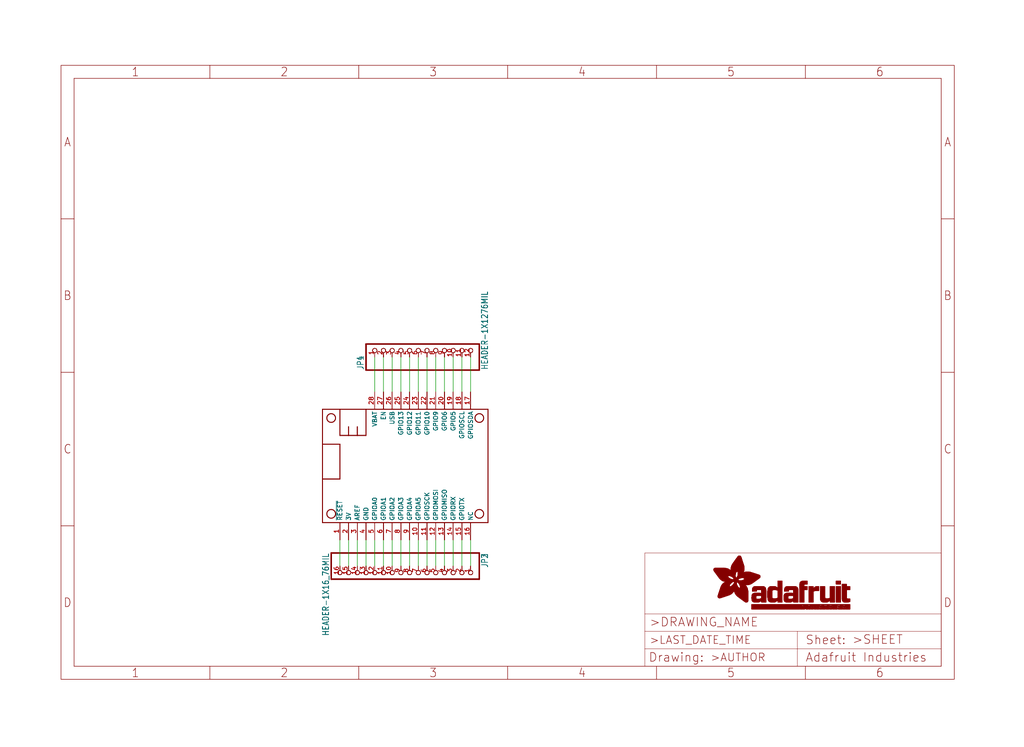
<source format=kicad_sch>
(kicad_sch (version 20211123) (generator eeschema)
  (paper "User" 298.45 217.881)
  (lib_symbols
    (symbol "eagleSchem-eagle-import:FEATHERWING_NODIM"
      (symbol "FEATHERWING_NODIM_1_0"
        (pin input line (at 5.08 -5.08 90) (length 5.08) (name "~{RESET}") (number "1"))
        (pin bidirectional line (at 27.94 -5.08 90) (length 5.08) (name "GPIOA5") (number "10"))
        (pin bidirectional line (at 30.48 -5.08 90) (length 5.08) (name "GPIOSCK") (number "11"))
        (pin bidirectional line (at 33.02 -5.08 90) (length 5.08) (name "GPIOMOSI") (number "12"))
        (pin bidirectional line (at 35.56 -5.08 90) (length 5.08) (name "GPIOMISO") (number "13"))
        (pin bidirectional line (at 38.1 -5.08 90) (length 5.08) (name "GPIORX") (number "14"))
        (pin bidirectional line (at 40.64 -5.08 90) (length 5.08) (name "GPIOTX") (number "15"))
        (pin passive line (at 43.18 -5.08 90) (length 5.08) (name "NC") (number "16"))
        (pin bidirectional line (at 43.18 38.1 270) (length 5.08) (name "GPIOSDA") (number "17"))
        (pin bidirectional line (at 40.64 38.1 270) (length 5.08) (name "GPIOSCL") (number "18"))
        (pin bidirectional line (at 38.1 38.1 270) (length 5.08) (name "GPIO5") (number "19"))
        (pin power_in line (at 7.62 -5.08 90) (length 5.08) (name "3V") (number "2"))
        (pin bidirectional line (at 35.56 38.1 270) (length 5.08) (name "GPIO6") (number "20"))
        (pin bidirectional line (at 33.02 38.1 270) (length 5.08) (name "GPIO9") (number "21"))
        (pin bidirectional line (at 30.48 38.1 270) (length 5.08) (name "GPIO10") (number "22"))
        (pin bidirectional line (at 27.94 38.1 270) (length 5.08) (name "GPIO11") (number "23"))
        (pin bidirectional line (at 25.4 38.1 270) (length 5.08) (name "GPIO12") (number "24"))
        (pin bidirectional line (at 22.86 38.1 270) (length 5.08) (name "GPIO13") (number "25"))
        (pin power_in line (at 20.32 38.1 270) (length 5.08) (name "USB") (number "26"))
        (pin passive line (at 17.78 38.1 270) (length 5.08) (name "EN") (number "27"))
        (pin power_in line (at 15.24 38.1 270) (length 5.08) (name "VBAT") (number "28"))
        (pin passive line (at 10.16 -5.08 90) (length 5.08) (name "AREF") (number "3"))
        (pin power_in line (at 12.7 -5.08 90) (length 5.08) (name "GND") (number "4"))
        (pin bidirectional line (at 15.24 -5.08 90) (length 5.08) (name "GPIOA0") (number "5"))
        (pin bidirectional line (at 17.78 -5.08 90) (length 5.08) (name "GPIOA1") (number "6"))
        (pin bidirectional line (at 20.32 -5.08 90) (length 5.08) (name "GPIOA2") (number "7"))
        (pin bidirectional line (at 22.86 -5.08 90) (length 5.08) (name "GPIOA3") (number "8"))
        (pin bidirectional line (at 25.4 -5.08 90) (length 5.08) (name "GPIOA4") (number "9"))
      )
    )
    (symbol "eagleSchem-eagle-import:FRAME_A4_ADAFRUIT"
      (symbol "FRAME_A4_ADAFRUIT_0_0"
        (text "1" (at 21.6958 1.905 0) (effects (font (size 2.54 2.286))))
        (text "1" (at 21.6958 177.165 0) (effects (font (size 2.54 2.286))))
        (text "2" (at 65.0875 1.905 0) (effects (font (size 2.54 2.286))))
        (text "2" (at 65.0875 177.165 0) (effects (font (size 2.54 2.286))))
        (text "3" (at 108.4792 1.905 0) (effects (font (size 2.54 2.286))))
        (text "3" (at 108.4792 177.165 0) (effects (font (size 2.54 2.286))))
        (text "4" (at 151.8708 1.905 0) (effects (font (size 2.54 2.286))))
        (text "4" (at 151.8708 177.165 0) (effects (font (size 2.54 2.286))))
        (text "5" (at 195.2625 1.905 0) (effects (font (size 2.54 2.286))))
        (text "5" (at 195.2625 177.165 0) (effects (font (size 2.54 2.286))))
        (text "6" (at 238.6542 1.905 0) (effects (font (size 2.54 2.286))))
        (text "6" (at 238.6542 177.165 0) (effects (font (size 2.54 2.286))))
        (text "A" (at 1.905 156.6863 0) (effects (font (size 2.54 2.286))))
        (text "A" (at 258.445 156.6863 0) (effects (font (size 2.54 2.286))))
        (text "B" (at 1.905 111.9188 0) (effects (font (size 2.54 2.286))))
        (text "B" (at 258.445 111.9188 0) (effects (font (size 2.54 2.286))))
        (text "C" (at 1.905 67.1513 0) (effects (font (size 2.54 2.286))))
        (text "C" (at 258.445 67.1513 0) (effects (font (size 2.54 2.286))))
        (text "D" (at 1.905 22.3838 0) (effects (font (size 2.54 2.286))))
        (text "D" (at 258.445 22.3838 0) (effects (font (size 2.54 2.286))))
      )
      (symbol "FRAME_A4_ADAFRUIT_1_0"
        (text ">AUTHOR" (at 189.23 5.08 0) (effects (font (size 2.286 2.286)) (justify left bottom)))
        (text ">DRAWING_NAME" (at 171.45 15.24 0) (effects (font (size 2.54 2.54)) (justify left bottom)))
        (text ">LAST_DATE_TIME" (at 171.45 10.16 0) (effects (font (size 2.286 2.286)) (justify left bottom)))
        (text ">SHEET" (at 230.505 10.16 0) (effects (font (size 2.54 2.54)) (justify left bottom)))
        (text "Adafruit Industries" (at 216.916 4.953 0) (effects (font (size 2.54 2.54)) (justify left bottom)))
        (text "Drawing:" (at 171.196 4.953 0) (effects (font (size 2.54 2.54)) (justify left bottom)))
        (text "Sheet:" (at 216.916 10.033 0) (effects (font (size 2.54 2.54)) (justify left bottom)))
      )
    )
    (symbol "eagleSchem-eagle-import:HEADER-1X1276MIL"
      (property "Reference" "JP" (at -6.35 18.415 0))
      (property "Value" "HEADER-1X1276MIL" (at -6.35 -17.78 0))
      (symbol "HEADER-1X1276MIL_1_0"
        (pin passive inverted (at -2.54 15.24 0) (length 2.54) (name "1") (number "1"))
        (pin passive inverted (at -2.54 -7.62 0) (length 2.54) (name "10") (number "10"))
        (pin passive inverted (at -2.54 -10.16 0) (length 2.54) (name "11") (number "11"))
        (pin passive inverted (at -2.54 -12.7 0) (length 2.54) (name "12") (number "12"))
        (pin passive inverted (at -2.54 12.7 0) (length 2.54) (name "2") (number "2"))
        (pin passive inverted (at -2.54 10.16 0) (length 2.54) (name "3") (number "3"))
        (pin passive inverted (at -2.54 7.62 0) (length 2.54) (name "4") (number "4"))
        (pin passive inverted (at -2.54 5.08 0) (length 2.54) (name "5") (number "5"))
        (pin passive inverted (at -2.54 2.54 0) (length 2.54) (name "6") (number "6"))
        (pin passive inverted (at -2.54 0 0) (length 2.54) (name "7") (number "7"))
        (pin passive inverted (at -2.54 -2.54 0) (length 2.54) (name "8") (number "8"))
        (pin passive inverted (at -2.54 -5.08 0) (length 2.54) (name "9") (number "9"))
      )
    )
    (symbol "eagleSchem-eagle-import:HEADER-1X16_76MIL"
      (property "Reference" "JP" (at -6.35 20.955 0))
      (property "Value" "HEADER-1X16_76MIL" (at -6.35 -25.4 0))
      (symbol "HEADER-1X16_76MIL_1_0"
        (pin passive inverted (at -2.54 17.78 0) (length 2.54) (name "1") (number "1"))
        (pin passive inverted (at -2.54 -5.08 0) (length 2.54) (name "10") (number "10"))
        (pin passive inverted (at -2.54 -7.62 0) (length 2.54) (name "11") (number "11"))
        (pin passive inverted (at -2.54 -10.16 0) (length 2.54) (name "12") (number "12"))
        (pin passive inverted (at -2.54 -12.7 0) (length 2.54) (name "13") (number "13"))
        (pin passive inverted (at -2.54 -15.24 0) (length 2.54) (name "14") (number "14"))
        (pin passive inverted (at -2.54 -17.78 0) (length 2.54) (name "15") (number "15"))
        (pin passive inverted (at -2.54 -20.32 0) (length 2.54) (name "16") (number "16"))
        (pin passive inverted (at -2.54 15.24 0) (length 2.54) (name "2") (number "2"))
        (pin passive inverted (at -2.54 12.7 0) (length 2.54) (name "3") (number "3"))
        (pin passive inverted (at -2.54 10.16 0) (length 2.54) (name "4") (number "4"))
        (pin passive inverted (at -2.54 7.62 0) (length 2.54) (name "5") (number "5"))
        (pin passive inverted (at -2.54 5.08 0) (length 2.54) (name "6") (number "6"))
        (pin passive inverted (at -2.54 2.54 0) (length 2.54) (name "7") (number "7"))
        (pin passive inverted (at -2.54 0 0) (length 2.54) (name "8") (number "8"))
        (pin passive inverted (at -2.54 -2.54 0) (length 2.54) (name "9") (number "9"))
      )
    )
  )
  (wire (pts (xy 109.22 104.14) (xy 109.22 114.3)))
  (wire (pts (xy 116.84 157.48) (xy 116.84 165.1)))
  (wire (pts (xy 121.92 104.14) (xy 121.92 114.3)))
  (wire (pts (xy 114.3 104.14) (xy 114.3 114.3)))
  (wire (pts (xy 134.62 157.48) (xy 134.62 165.1)))
  (wire (pts (xy 121.92 157.48) (xy 121.92 165.1)))
  (wire (pts (xy 124.46 157.48) (xy 124.46 165.1)))
  (wire (pts (xy 132.08 157.48) (xy 132.08 165.1)))
  (wire (pts (xy 116.84 104.14) (xy 116.84 114.3)))
  (wire (pts (xy 129.54 157.48) (xy 129.54 165.1)))
  (wire (pts (xy 114.3 157.48) (xy 114.3 165.1)))
  (wire (pts (xy 124.46 104.14) (xy 124.46 114.3)))
  (wire (pts (xy 99.06 157.48) (xy 99.06 165.1)))
  (wire (pts (xy 132.08 104.14) (xy 132.08 114.3)))
  (wire (pts (xy 106.68 157.48) (xy 106.68 165.1)))
  (wire (pts (xy 127 104.14) (xy 127 114.3)))
  (wire (pts (xy 111.76 157.48) (xy 111.76 165.1)))
  (wire (pts (xy 119.38 104.14) (xy 119.38 114.3)))
  (wire (pts (xy 129.54 104.14) (xy 129.54 114.3)))
  (wire (pts (xy 104.14 157.48) (xy 104.14 165.1)))
  (wire (pts (xy 119.38 157.48) (xy 119.38 165.1)))
  (wire (pts (xy 101.6 157.48) (xy 101.6 165.1)))
  (wire (pts (xy 127 157.48) (xy 127 165.1)))
  (wire (pts (xy 137.16 157.48) (xy 137.16 165.1)))
  (wire (pts (xy 137.16 104.14) (xy 137.16 114.3)))
  (wire (pts (xy 109.22 157.48) (xy 109.22 165.1)))
  (wire (pts (xy 134.62 104.14) (xy 134.62 114.3)))
  (wire (pts (xy 111.76 104.14) (xy 111.76 114.3)))
  (symbol (lib_id "eagleSchem-eagle-import:FEATHERWING_NODIM") (at 93.98 152.4 0) (unit 1)
    (property "Reference" "MS2" (effects hide))
    (property "Value" "FEATHERWING_NODIM" (effects hide))
    (property "Footprint" "eagleSchem:FEATHERWING_DIM" (effects hide))
  )
  (symbol (lib_id "eagleSchem-eagle-import:HEADER-1X16_76MIL") (at 119.38 167.64 270) (unit 1)
    (property "Reference" "JP2" (at 140.335 161.29 0) (effects (font (size 1.778 1.5113)) (justify left bottom)))
    (property "Value" "HEADER-1X16_76MIL" (at 93.98 161.29 0) (effects (font (size 1.778 1.5113)) (justify left bottom)))
    (property "Footprint" "eagleSchem:1X16_ROUND_76MIL" (effects hide))
  )
  (symbol (lib_id "eagleSchem-eagle-import:HEADER-1X16_76MIL") (at 119.38 167.64 270) (unit 1)
    (property "Reference" "JP3" (at 140.335 161.29 0) (effects (font (size 1.778 1.5113)) (justify left bottom)))
    (property "Value" "HEADER-1X16_76MIL" (at 93.98 161.29 0) (effects (font (size 1.778 1.5113)) (justify left bottom)))
    (property "Footprint" "eagleSchem:1X16_ROUND_76MIL" (effects hide))
  )
  (symbol (lib_id "eagleSchem-eagle-import:FRAME_A4_ADAFRUIT") (at 17.78 198.12 0) (unit 1)
    (property "Reference" "#U$1" (effects hide))
    (property "Value" "FRAME_A4_ADAFRUIT" (effects hide))
    (property "Footprint" "eagleSchem:" (effects hide))
  )
  (symbol (lib_id "eagleSchem-eagle-import:FEATHERWING_NODIM") (at 93.98 152.4 0) (unit 1)
    (property "Reference" "MS1" (effects hide))
    (property "Value" "FEATHERWING_NODIM" (effects hide))
    (property "Footprint" "eagleSchem:FEATHERWING_DIM" (effects hide))
  )
  (symbol (lib_id "eagleSchem-eagle-import:HEADER-1X1276MIL") (at 124.46 101.6 90) (unit 1)
    (property "Reference" "JP1" (at 106.045 107.95 0) (effects (font (size 1.778 1.5113)) (justify left bottom)))
    (property "Value" "HEADER-1X1276MIL" (at 142.24 107.95 0) (effects (font (size 1.778 1.5113)) (justify left bottom)))
    (property "Footprint" "eagleSchem:1X12_ROUND_76MIL" (effects hide))
  )
  (symbol (lib_id "eagleSchem-eagle-import:HEADER-1X1276MIL") (at 124.46 101.6 90) (unit 1)
    (property "Reference" "JP4" (at 106.045 107.95 0) (effects (font (size 1.778 1.5113)) (justify left bottom)))
    (property "Value" "HEADER-1X1276MIL" (at 142.24 107.95 0) (effects (font (size 1.778 1.5113)) (justify left bottom)))
    (property "Footprint" "eagleSchem:1X12_ROUND_76MIL" (effects hide))
  )
)
</source>
